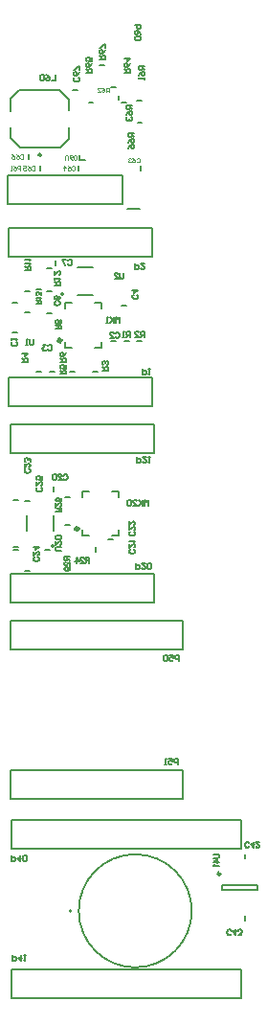
<source format=gbr>
%TF.GenerationSoftware,Altium Limited,Altium Designer,22.6.1 (34)*%
G04 Layer_Color=32896*
%FSLAX45Y45*%
%MOMM*%
%TF.SameCoordinates,41C29604-6FBD-4392-AD62-CF0DA8D1722B*%
%TF.FilePolarity,Positive*%
%TF.FileFunction,Legend,Bot*%
%TF.Part,CustomerPanel*%
G01*
G75*
%TA.AperFunction,NonConductor*%
%ADD48C,0.15240*%
%ADD49C,0.30000*%
%ADD50C,0.20000*%
%ADD51C,0.12700*%
%ADD52C,0.25400*%
%ADD53C,0.17780*%
%ADD54C,0.10160*%
%ADD55C,0.25000*%
D48*
X248258Y3869659D02*
G03*
X222858Y3869659I-12700J0D01*
G01*
D02*
G03*
X248258Y3869659I12700J0D01*
G01*
X246258Y4006039D02*
Y4142039D01*
X2418Y4006039D02*
Y4142039D01*
X321751Y6111780D02*
G03*
X321751Y6086380I0J-12700D01*
G01*
D02*
G03*
X321751Y6111780I0J12700D01*
G01*
X458130Y6332220D02*
X594132D01*
X458130Y6088380D02*
X594132D01*
D49*
X461780Y4024539D02*
G03*
X461780Y4024539I-14142J0D01*
G01*
X310750Y5689300D02*
G03*
X310750Y5689300I-14142J0D01*
G01*
D50*
X-142362Y4696339D02*
Y4950339D01*
Y4696339D02*
X1127638D01*
X-142362Y4950339D02*
X1127638D01*
Y4696339D02*
Y4950339D01*
X-142362Y3375539D02*
Y3629539D01*
Y3375539D02*
X1127638D01*
X-142362Y3629539D02*
X1127638D01*
Y3375539D02*
Y3629539D01*
X-9962Y4274437D02*
X30038D01*
X-111562Y4279774D02*
X-71562D01*
X-111562Y3864738D02*
X-71562D01*
X243555Y4358839D02*
Y4398839D01*
X726638Y3935200D02*
X766638D01*
X345638Y4054740D02*
X385638D01*
X347238Y4308360D02*
X387238D01*
X169338Y3838840D02*
X209338D01*
X-9962Y3648838D02*
X30038D01*
X613039Y3820199D02*
Y3860199D01*
X-111562Y3838840D02*
X-71562D01*
X-152400Y5105400D02*
Y5359400D01*
Y5105400D02*
X1117600D01*
X-152400Y5359400D02*
X1117600D01*
Y5105400D02*
Y5359400D01*
X-152400Y6426200D02*
Y6680200D01*
Y6426200D02*
X1117600D01*
X-152400Y6680200D02*
X1117600D01*
Y6426200D02*
Y6680200D01*
X-121600Y5756557D02*
X-81600D01*
X94300Y5416800D02*
X134300D01*
X208600D02*
X248600D01*
X754700Y5683000D02*
X794700D01*
X869000D02*
X909000D01*
X983300Y5682200D02*
X1023300D01*
X260101Y6355400D02*
Y6395400D01*
X183200Y6120968D02*
X223200D01*
X183200Y6330706D02*
X223200D01*
X94300Y6140699D02*
X134300D01*
X843600Y6000196D02*
X883600D01*
X-7300Y6125601D02*
X32700D01*
X589600Y5416800D02*
X629600D01*
X-121600Y6025601D02*
X-81600D01*
X385108Y5416800D02*
X425108D01*
X182797Y5931169D02*
X222797D01*
X284700Y5672298D02*
Y5712298D01*
X-7300Y5936701D02*
X32700D01*
X25650Y7294500D02*
Y7334499D01*
X983300Y7809380D02*
X1023300D01*
X984320Y7614855D02*
X1024320D01*
X411800Y7904700D02*
X451800D01*
X553100Y7790900D02*
X593100D01*
X652694Y8123973D02*
X692694D01*
X753100Y7931400D02*
X793100D01*
X818100Y7815900D02*
Y7855900D01*
X845200Y7791700D02*
X885200D01*
X475600Y7282800D02*
Y7326300D01*
Y7282800D02*
X519100D01*
X1009400Y7193600D02*
Y7233600D01*
X897500Y6850200D02*
X1007500D01*
X463100Y7193600D02*
Y7233600D01*
X120900Y7193600D02*
Y7233600D01*
X850900Y6896100D02*
Y7150100D01*
X-165100D02*
X850900D01*
X-165100Y6896100D02*
X850900D01*
X-165100D02*
Y7150100D01*
X-139700Y1638300D02*
X1384300D01*
X-139700Y1892300D02*
X1384300D01*
Y1638300D02*
Y1892300D01*
X-139700Y1638300D02*
Y1892300D01*
Y2959100D02*
Y3213100D01*
X1384300Y2959100D02*
Y3213100D01*
X-139700D02*
X1384300D01*
X-139700Y2959100D02*
X1384300D01*
X400200Y647701D02*
G03*
X400200Y647701I-10000J0D01*
G01*
X-127000Y1447801D02*
X1905000D01*
Y1193801D02*
Y1447801D01*
X-127000Y1193801D02*
X1905000D01*
X-127000D02*
Y1447801D01*
Y127001D02*
X1905000D01*
Y-126999D02*
Y127001D01*
X-127000Y-126999D02*
X1905000D01*
X-127000D02*
Y127001D01*
X1736500Y835330D02*
Y875330D01*
X2046500Y835330D02*
Y875330D01*
X1736500D02*
X2046500D01*
X1736500Y835330D02*
X2046500D01*
X1936500Y1110301D02*
Y1150301D01*
Y564201D02*
Y604201D01*
D51*
X757636Y4356040D02*
X818139D01*
Y4304539D02*
Y4356040D01*
X497139D02*
X557637D01*
X497139Y4304539D02*
Y4356040D01*
X818139Y3963041D02*
Y4014537D01*
X757636Y3963041D02*
X818139D01*
X497139D02*
Y4014537D01*
Y3963041D02*
X557637D01*
X313950Y3833633D02*
X271631D01*
X263167Y3842097D01*
Y3859025D01*
X271631Y3867488D01*
X313950D01*
X263167Y3918272D02*
Y3884416D01*
X297023Y3918272D01*
X305487D01*
X313950Y3909808D01*
Y3892880D01*
X305487Y3884416D01*
Y3935200D02*
X313950Y3943664D01*
Y3960592D01*
X305487Y3969055D01*
X271631D01*
X263167Y3960592D01*
Y3943664D01*
X271631Y3935200D01*
X305487D01*
X23334Y4554715D02*
X28172Y4552297D01*
X33009Y4547460D01*
X35427Y4542623D01*
Y4532949D01*
X33009Y4528111D01*
X28172Y4523274D01*
X23334Y4520856D01*
X16079Y4518437D01*
X3986D01*
X-3269Y4520856D01*
X-8106Y4523274D01*
X-12943Y4528111D01*
X-15362Y4532949D01*
Y4542623D01*
X-12943Y4547460D01*
X-8106Y4552297D01*
X-3269Y4554715D01*
X23334Y4571403D02*
X25753D01*
X30590Y4573822D01*
X33009Y4576240D01*
X35427Y4581077D01*
Y4590751D01*
X33009Y4595588D01*
X30590Y4598007D01*
X25753Y4600425D01*
X20916D01*
X16079Y4598007D01*
X8823Y4593170D01*
X-15362Y4568985D01*
Y4602844D01*
X35427Y4619048D02*
Y4645652D01*
X16079Y4631141D01*
Y4638396D01*
X13660Y4643233D01*
X11242Y4645652D01*
X3986Y4648070D01*
X-851D01*
X-8106Y4645652D01*
X-12943Y4640815D01*
X-15362Y4633559D01*
Y4626304D01*
X-12943Y4619048D01*
X-10525Y4616630D01*
X-5688Y4614211D01*
X979491Y4658230D02*
Y4607447D01*
X1004883D01*
X1013346Y4615911D01*
Y4632839D01*
X1004883Y4641303D01*
X979491D01*
X1064130Y4658230D02*
X1030274D01*
X1064130Y4624375D01*
Y4615911D01*
X1055666Y4607447D01*
X1038738D01*
X1030274Y4615911D01*
X1081058Y4658230D02*
X1097986D01*
X1089522D01*
Y4607447D01*
X1081058Y4615911D01*
X971027Y3719228D02*
Y3668445D01*
X996419D01*
X1004882Y3676908D01*
Y3693836D01*
X996419Y3702300D01*
X971027D01*
X1055666Y3719228D02*
X1021810D01*
X1055666Y3685372D01*
Y3676908D01*
X1047202Y3668445D01*
X1030274D01*
X1021810Y3676908D01*
X1072594D02*
X1081058Y3668445D01*
X1097986D01*
X1106449Y3676908D01*
Y3710764D01*
X1097986Y3719228D01*
X1081058D01*
X1072594Y3710764D01*
Y3676908D01*
X128558Y4392695D02*
X137022Y4384231D01*
Y4367303D01*
X128558Y4358839D01*
X94702D01*
X86238Y4367303D01*
Y4384231D01*
X94702Y4392695D01*
X86238Y4443478D02*
Y4409622D01*
X120094Y4443478D01*
X128558D01*
X137022Y4435014D01*
Y4418086D01*
X128558Y4409622D01*
X137022Y4494262D02*
Y4460406D01*
X111630D01*
X120094Y4477334D01*
Y4485798D01*
X111630Y4494262D01*
X94702D01*
X86238Y4485798D01*
Y4468870D01*
X94702Y4460406D01*
X1076838Y4231416D02*
Y4282200D01*
X1059910Y4265272D01*
X1042982Y4282200D01*
Y4231416D01*
X1026055Y4282200D02*
Y4231416D01*
Y4248344D01*
X992199Y4282200D01*
X1017591Y4256808D01*
X992199Y4231416D01*
X941415D02*
X975271D01*
X941415Y4265272D01*
Y4273736D01*
X949879Y4282200D01*
X966807D01*
X975271Y4273736D01*
X924488D02*
X916024Y4282200D01*
X899096D01*
X890632Y4273736D01*
Y4239881D01*
X899096Y4231416D01*
X916024D01*
X924488Y4239881D01*
Y4273736D01*
X337769Y3777497D02*
X388558D01*
X337769D02*
Y3755730D01*
X340188Y3748475D01*
X342606Y3746056D01*
X347443Y3743637D01*
X352280D01*
X357117Y3746056D01*
X359536Y3748475D01*
X361955Y3755730D01*
Y3777497D01*
Y3760567D02*
X388558Y3743637D01*
X349862Y3729852D02*
X347443D01*
X342606Y3727433D01*
X340188Y3725015D01*
X337769Y3720178D01*
Y3710504D01*
X340188Y3705667D01*
X342606Y3703248D01*
X347443Y3700830D01*
X352280D01*
X357117Y3703248D01*
X364373Y3708085D01*
X388558Y3732270D01*
Y3698411D01*
X354699Y3655603D02*
X361955Y3658022D01*
X366791Y3662859D01*
X369210Y3670114D01*
Y3672533D01*
X366791Y3679788D01*
X361955Y3684625D01*
X354699Y3687044D01*
X352280D01*
X345025Y3684625D01*
X340188Y3679788D01*
X337769Y3672533D01*
Y3670114D01*
X340188Y3662859D01*
X345025Y3658022D01*
X354699Y3655603D01*
X366791D01*
X378884Y3658022D01*
X386140Y3662859D01*
X388558Y3670114D01*
Y3674951D01*
X386140Y3682207D01*
X381303Y3684625D01*
X313956Y4175639D02*
X263167D01*
X313956D02*
Y4197406D01*
X311537Y4204661D01*
X309119Y4207080D01*
X304282Y4209498D01*
X299445D01*
X294608Y4207080D01*
X292189Y4204661D01*
X289771Y4197406D01*
Y4175639D01*
Y4192568D02*
X263167Y4209498D01*
X301863Y4223284D02*
X304282D01*
X309119Y4225702D01*
X311537Y4228121D01*
X313956Y4232958D01*
Y4242632D01*
X311537Y4247469D01*
X309119Y4249888D01*
X304282Y4252306D01*
X299445D01*
X294608Y4249888D01*
X287352Y4245051D01*
X263167Y4220865D01*
Y4254725D01*
X306700Y4295114D02*
X311537Y4292696D01*
X313956Y4285440D01*
Y4280603D01*
X311537Y4273347D01*
X304282Y4268510D01*
X292189Y4266092D01*
X280096D01*
X270422Y4268510D01*
X265585Y4273347D01*
X263167Y4280603D01*
Y4283021D01*
X265585Y4290277D01*
X270422Y4295114D01*
X277678Y4297533D01*
X280096D01*
X287352Y4295114D01*
X292189Y4290277D01*
X294608Y4283021D01*
Y4280603D01*
X292189Y4273347D01*
X287352Y4268510D01*
X280096Y4266092D01*
X557637Y3773523D02*
Y3722734D01*
Y3773523D02*
X535870D01*
X528614Y3771104D01*
X526196Y3768686D01*
X523777Y3763849D01*
Y3759012D01*
X526196Y3754175D01*
X528614Y3751756D01*
X535870Y3749337D01*
X557637D01*
X540707D02*
X523777Y3722734D01*
X509992Y3761430D02*
Y3763849D01*
X507573Y3768686D01*
X505155Y3771104D01*
X500318Y3773523D01*
X490643D01*
X485806Y3771104D01*
X483388Y3768686D01*
X480969Y3763849D01*
Y3759012D01*
X483388Y3754175D01*
X488225Y3746919D01*
X512410Y3722734D01*
X478551D01*
X442998Y3773523D02*
X467184Y3739663D01*
X430906D01*
X442998Y3773523D02*
Y3722734D01*
X102196Y3776171D02*
X107034Y3773752D01*
X111870Y3768915D01*
X114289Y3764078D01*
Y3754404D01*
X111870Y3749567D01*
X107034Y3744730D01*
X102196Y3742311D01*
X94941Y3739893D01*
X82848D01*
X75593Y3742311D01*
X70756Y3744730D01*
X65919Y3749567D01*
X63500Y3754404D01*
Y3764078D01*
X65919Y3768915D01*
X70756Y3773752D01*
X75593Y3776171D01*
X102196Y3792859D02*
X104615D01*
X109452Y3795277D01*
X111870Y3797695D01*
X114289Y3802533D01*
Y3812207D01*
X111870Y3817044D01*
X109452Y3819462D01*
X104615Y3821881D01*
X99778D01*
X94941Y3819462D01*
X87685Y3814625D01*
X63500Y3790440D01*
Y3824299D01*
X114289Y3859852D02*
X80430Y3835666D01*
Y3871945D01*
X114289Y3859852D02*
X63500D01*
X950434Y3998196D02*
X955272Y3995777D01*
X960109Y3990940D01*
X962527Y3986103D01*
Y3976429D01*
X960109Y3971592D01*
X955272Y3966755D01*
X950434Y3964336D01*
X943179Y3961918D01*
X931086D01*
X923831Y3964336D01*
X918994Y3966755D01*
X914157Y3971592D01*
X911738Y3976429D01*
Y3986103D01*
X914157Y3990940D01*
X918994Y3995777D01*
X923831Y3998196D01*
X950434Y4014884D02*
X952853D01*
X957690Y4017302D01*
X960109Y4019721D01*
X962527Y4024558D01*
Y4034232D01*
X960109Y4039069D01*
X957690Y4041487D01*
X952853Y4043906D01*
X948016D01*
X943179Y4041487D01*
X935923Y4036651D01*
X911738Y4012465D01*
Y4046325D01*
X950434Y4060110D02*
X952853D01*
X957690Y4062529D01*
X960109Y4064947D01*
X962527Y4069784D01*
Y4079458D01*
X960109Y4084295D01*
X957690Y4086714D01*
X952853Y4089133D01*
X948016D01*
X943179Y4086714D01*
X935923Y4081877D01*
X911738Y4057692D01*
Y4091551D01*
X329360Y4493735D02*
X331779Y4498572D01*
X336616Y4503409D01*
X341453Y4505828D01*
X351127D01*
X355964Y4503409D01*
X360801Y4498572D01*
X363219Y4493735D01*
X365638Y4486480D01*
Y4474387D01*
X363219Y4467132D01*
X360801Y4462294D01*
X355964Y4457457D01*
X351127Y4455039D01*
X341453D01*
X336616Y4457457D01*
X331779Y4462294D01*
X329360Y4467132D01*
X312672Y4493735D02*
Y4496154D01*
X310254Y4500991D01*
X307835Y4503409D01*
X302998Y4505828D01*
X293324D01*
X288487Y4503409D01*
X286069Y4500991D01*
X283650Y4496154D01*
Y4491317D01*
X286069Y4486480D01*
X290905Y4479224D01*
X315091Y4455039D01*
X281231D01*
X255353Y4505828D02*
X262609Y4503409D01*
X267446Y4496154D01*
X269864Y4484061D01*
Y4476806D01*
X267446Y4464713D01*
X262609Y4457457D01*
X255353Y4455039D01*
X250516D01*
X243261Y4457457D01*
X238423Y4464713D01*
X236005Y4476806D01*
Y4484061D01*
X238423Y4496154D01*
X243261Y4503409D01*
X250516Y4505828D01*
X255353D01*
X950434Y3843617D02*
X955272Y3841198D01*
X960109Y3836361D01*
X962527Y3831524D01*
Y3821850D01*
X960109Y3817013D01*
X955272Y3812176D01*
X950434Y3809757D01*
X943179Y3807339D01*
X931086D01*
X923831Y3809757D01*
X918994Y3812176D01*
X914157Y3817013D01*
X911738Y3821850D01*
Y3831524D01*
X914157Y3836361D01*
X918994Y3841198D01*
X923831Y3843617D01*
X950434Y3860305D02*
X952853D01*
X957690Y3862723D01*
X960109Y3865142D01*
X962527Y3869979D01*
Y3879653D01*
X960109Y3884490D01*
X957690Y3886908D01*
X952853Y3889327D01*
X948016D01*
X943179Y3886908D01*
X935923Y3882071D01*
X911738Y3857886D01*
Y3891746D01*
X952853Y3903113D02*
X955272Y3907950D01*
X962527Y3915205D01*
X911738D01*
X606606Y6020801D02*
X667109D01*
Y5969300D02*
Y6020801D01*
X346109D02*
X406607D01*
X346109Y5969300D02*
Y6020801D01*
X667109Y5627802D02*
Y5679298D01*
X606606Y5627802D02*
X667109D01*
X346109D02*
Y5679298D01*
Y5627802D02*
X406607D01*
X66556Y5697690D02*
Y5655370D01*
X58092Y5646906D01*
X41164D01*
X32700Y5655370D01*
Y5697690D01*
X15772Y5646906D02*
X-1156D01*
X7308D01*
Y5697690D01*
X15772Y5689226D01*
X304808Y5494881D02*
X355592D01*
Y5520272D01*
X347128Y5528736D01*
X330200D01*
X321736Y5520272D01*
Y5494881D01*
Y5511808D02*
X304808Y5528736D01*
X355592Y5579520D02*
X347128Y5562592D01*
X330200Y5545664D01*
X313272D01*
X304808Y5554128D01*
Y5571056D01*
X313272Y5579520D01*
X321736D01*
X330200Y5571056D01*
Y5545664D01*
X304808Y5392110D02*
X355592D01*
Y5417502D01*
X347128Y5425966D01*
X330200D01*
X321736Y5417502D01*
Y5392110D01*
Y5409038D02*
X304808Y5425966D01*
X355592Y5476749D02*
Y5442894D01*
X330200D01*
X338664Y5459821D01*
Y5468285D01*
X330200Y5476749D01*
X313272D01*
X304808Y5468285D01*
Y5451358D01*
X313272Y5442894D01*
X-32692Y5494881D02*
X18092D01*
Y5520272D01*
X9628Y5528736D01*
X-7300D01*
X-15764Y5520272D01*
Y5494881D01*
Y5511808D02*
X-32692Y5528736D01*
Y5571056D02*
X18092D01*
X-7300Y5545664D01*
Y5579520D01*
X673108Y5418022D02*
X723892D01*
Y5443414D01*
X715428Y5451878D01*
X698500D01*
X690036Y5443414D01*
Y5418022D01*
Y5434950D02*
X673108Y5451878D01*
X715428Y5468806D02*
X723892Y5477270D01*
Y5494198D01*
X715428Y5502661D01*
X706964D01*
X698500Y5494198D01*
Y5485734D01*
Y5494198D01*
X690036Y5502661D01*
X681572D01*
X673108Y5494198D01*
Y5477270D01*
X681572Y5468806D01*
X1045619Y5715008D02*
Y5765792D01*
X1020228D01*
X1011764Y5757328D01*
Y5740400D01*
X1020228Y5731936D01*
X1045619D01*
X1028692D02*
X1011764Y5715008D01*
X960980D02*
X994836D01*
X960980Y5748864D01*
Y5757328D01*
X969444Y5765792D01*
X986372D01*
X994836Y5757328D01*
X922856Y5715008D02*
Y5765792D01*
X897464D01*
X889000Y5757328D01*
Y5740400D01*
X897464Y5731936D01*
X922856D01*
X905928D02*
X889000Y5715008D01*
X872072D02*
X855144D01*
X863608D01*
Y5765792D01*
X872072Y5757328D01*
X960981Y6367938D02*
Y6317155D01*
X986372D01*
X994836Y6325619D01*
Y6342547D01*
X986372Y6351011D01*
X960981D01*
X1045620Y6367938D02*
X1011764D01*
X1045620Y6334083D01*
Y6325619D01*
X1037156Y6317155D01*
X1020228D01*
X1011764Y6325619D01*
X1032944Y5437986D02*
Y5387203D01*
X1058336D01*
X1066800Y5395667D01*
Y5412594D01*
X1058336Y5421058D01*
X1032944D01*
X1083728Y5437986D02*
X1100656D01*
X1092192D01*
Y5387203D01*
X1083728Y5395667D01*
X-86017Y5672298D02*
X-77554Y5663834D01*
Y5646906D01*
X-86017Y5638442D01*
X-119873D01*
X-128337Y5646906D01*
Y5663834D01*
X-119873Y5672298D01*
X-128337Y5689225D02*
Y5706153D01*
Y5697689D01*
X-77554D01*
X-86017Y5689225D01*
X248600Y6172200D02*
X299383D01*
Y6197592D01*
X290920Y6206056D01*
X273992D01*
X265528Y6197592D01*
Y6172200D01*
Y6189128D02*
X248600Y6206056D01*
Y6222983D02*
Y6239911D01*
Y6231448D01*
X299383D01*
X290920Y6222983D01*
X248600Y6299159D02*
Y6265303D01*
X282456Y6299159D01*
X290920D01*
X299383Y6290695D01*
Y6273767D01*
X290920Y6265303D01*
X825500Y5842000D02*
Y5892783D01*
X808572Y5875856D01*
X791644Y5892783D01*
Y5842000D01*
X774717Y5892783D02*
Y5842000D01*
Y5858928D01*
X740861Y5892783D01*
X766252Y5867392D01*
X740861Y5842000D01*
X723933D02*
X707005D01*
X715469D01*
Y5892783D01*
X723933Y5884320D01*
X38089Y6311900D02*
X-12700D01*
X38089D02*
Y6333667D01*
X35670Y6340922D01*
X33252Y6343341D01*
X28415Y6345759D01*
X23578D01*
X18741Y6343341D01*
X16322Y6340922D01*
X13904Y6333667D01*
Y6311900D01*
Y6328830D02*
X-12700Y6345759D01*
X28415Y6357126D02*
X30834Y6361964D01*
X38089Y6369219D01*
X-12700D01*
X28415Y6394372D02*
X30834Y6399209D01*
X38089Y6406464D01*
X-12700D01*
X863600Y6286489D02*
Y6250211D01*
X861181Y6242956D01*
X856344Y6238119D01*
X849089Y6235700D01*
X844252D01*
X836996Y6238119D01*
X832159Y6242956D01*
X829741Y6250211D01*
Y6286489D01*
X813295Y6274396D02*
Y6276815D01*
X810876Y6281652D01*
X808458Y6284070D01*
X803620Y6286489D01*
X793946D01*
X789109Y6284070D01*
X786691Y6281652D01*
X784272Y6276815D01*
Y6271978D01*
X786691Y6267141D01*
X791528Y6259885D01*
X815713Y6235700D01*
X781854D01*
X130417Y6016537D02*
X87246D01*
X130417D02*
Y6035038D01*
X128361Y6041206D01*
X126305Y6043261D01*
X122194Y6045317D01*
X118082D01*
X113971Y6043261D01*
X111915Y6041206D01*
X109859Y6035038D01*
Y6016537D01*
Y6030927D02*
X87246Y6045317D01*
X122194Y6054979D02*
X124249Y6059091D01*
X130417Y6065258D01*
X87246D01*
X130417Y6090749D02*
Y6113363D01*
X113971Y6101028D01*
Y6107195D01*
X111915Y6111307D01*
X109859Y6113363D01*
X103692Y6115418D01*
X99580D01*
X93413Y6113363D01*
X89302Y6109251D01*
X87246Y6103084D01*
Y6096917D01*
X89302Y6090749D01*
X91357Y6088694D01*
X95469Y6086638D01*
X310488Y5791464D02*
X259698D01*
X310488D02*
Y5813231D01*
X308069Y5820486D01*
X305651Y5822905D01*
X300813Y5825324D01*
X295977D01*
X291139Y5822905D01*
X288721Y5820486D01*
X286302Y5813231D01*
Y5791464D01*
Y5808394D02*
X259698Y5825324D01*
X310488Y5848783D02*
X308069Y5841528D01*
X303232Y5839109D01*
X298395D01*
X293558Y5841528D01*
X291139Y5846365D01*
X288721Y5856039D01*
X286302Y5863294D01*
X281465Y5868132D01*
X276628Y5870550D01*
X269373D01*
X264536Y5868132D01*
X262117Y5865713D01*
X259698Y5858457D01*
Y5848783D01*
X262117Y5841528D01*
X264536Y5839109D01*
X269373Y5836691D01*
X276628D01*
X281465Y5839109D01*
X286302Y5843946D01*
X288721Y5851202D01*
X291139Y5860876D01*
X293558Y5865713D01*
X298395Y5868132D01*
X303232D01*
X308069Y5865713D01*
X310488Y5858457D01*
Y5848783D01*
X370329Y6394096D02*
X372747Y6398934D01*
X377584Y6403771D01*
X382421Y6406189D01*
X392095D01*
X396933Y6403771D01*
X401770Y6398934D01*
X404188Y6394096D01*
X406607Y6386841D01*
Y6374748D01*
X404188Y6367493D01*
X401770Y6362656D01*
X396933Y6357819D01*
X392095Y6355400D01*
X382421D01*
X377584Y6357819D01*
X372747Y6362656D01*
X370329Y6367493D01*
X322200Y6406189D02*
X346385Y6355400D01*
X356059Y6406189D02*
X322200D01*
X192322Y5639396D02*
X194741Y5644234D01*
X199578Y5649070D01*
X204415Y5651489D01*
X214089D01*
X218926Y5649070D01*
X223763Y5644234D01*
X226181Y5639396D01*
X228600Y5632141D01*
Y5620048D01*
X226181Y5612793D01*
X223763Y5607956D01*
X218926Y5603119D01*
X214089Y5600700D01*
X204415D01*
X199578Y5603119D01*
X194741Y5607956D01*
X192322Y5612793D01*
X173216Y5651489D02*
X146612D01*
X161123Y5632141D01*
X153867D01*
X149030Y5629722D01*
X146612Y5627304D01*
X144193Y5620048D01*
Y5615211D01*
X146612Y5607956D01*
X151449Y5603119D01*
X158705Y5600700D01*
X165960D01*
X173216Y5603119D01*
X175634Y5605537D01*
X178053Y5610374D01*
X978496Y6094178D02*
X983334Y6091759D01*
X988170Y6086922D01*
X990589Y6082085D01*
Y6072411D01*
X988170Y6067574D01*
X983334Y6062737D01*
X978496Y6060319D01*
X971241Y6057900D01*
X959148D01*
X951893Y6060319D01*
X947056Y6062737D01*
X942219Y6067574D01*
X939800Y6072411D01*
Y6082085D01*
X942219Y6086922D01*
X947056Y6091759D01*
X951893Y6094178D01*
X990589Y6132633D02*
X956730Y6108447D01*
Y6144725D01*
X990589Y6132633D02*
X939800D01*
X287296Y6036474D02*
X292134Y6034056D01*
X296970Y6029219D01*
X299389Y6024382D01*
Y6014708D01*
X296970Y6009870D01*
X292134Y6005033D01*
X287296Y6002615D01*
X280041Y6000196D01*
X267948D01*
X260693Y6002615D01*
X255855Y6005033D01*
X251019Y6009870D01*
X248600Y6014708D01*
Y6024382D01*
X251019Y6029219D01*
X255855Y6034056D01*
X260693Y6036474D01*
X292134Y6079766D02*
X296970Y6077347D01*
X299389Y6070092D01*
Y6065255D01*
X296970Y6057999D01*
X289715Y6053162D01*
X277622Y6050744D01*
X265530D01*
X255855Y6053162D01*
X251019Y6057999D01*
X248600Y6065255D01*
Y6067673D01*
X251019Y6074929D01*
X255855Y6079766D01*
X263111Y6082184D01*
X265530D01*
X272785Y6079766D01*
X277622Y6074929D01*
X280041Y6067673D01*
Y6065255D01*
X277622Y6057999D01*
X272785Y6053162D01*
X265530Y6050744D01*
X789222Y5750994D02*
X791641Y5755831D01*
X796478Y5760668D01*
X801315Y5763087D01*
X810989D01*
X815826Y5760668D01*
X820663Y5755831D01*
X823081Y5750994D01*
X825500Y5743739D01*
Y5731646D01*
X823081Y5724390D01*
X820663Y5719553D01*
X815826Y5714716D01*
X810989Y5712298D01*
X801315D01*
X796478Y5714716D01*
X791641Y5719553D01*
X789222Y5724390D01*
X772534Y5750994D02*
Y5753413D01*
X770116Y5758250D01*
X767697Y5760668D01*
X762860Y5763087D01*
X753186D01*
X748349Y5760668D01*
X745930Y5758250D01*
X743512Y5753413D01*
Y5748576D01*
X745930Y5743739D01*
X750767Y5736483D01*
X774953Y5712298D01*
X741093D01*
X258211Y8039092D02*
Y7988308D01*
X224356D01*
X173572Y8039092D02*
X190500Y8030628D01*
X207428Y8013700D01*
Y7996772D01*
X198964Y7988308D01*
X182036D01*
X173572Y7996772D01*
Y8005236D01*
X182036Y8013700D01*
X207428D01*
X156644Y8030628D02*
X148180Y8039092D01*
X131252D01*
X122789Y8030628D01*
Y7996772D01*
X131252Y7988308D01*
X148180D01*
X156644Y7996772D01*
Y8030628D01*
X464369Y8008885D02*
X472833Y8000421D01*
Y7983494D01*
X464369Y7975030D01*
X430514D01*
X422050Y7983494D01*
Y8000421D01*
X430514Y8008885D01*
X472833Y8059669D02*
X464369Y8042741D01*
X447442Y8025813D01*
X430514D01*
X422050Y8034277D01*
Y8051205D01*
X430514Y8059669D01*
X438978D01*
X447442Y8051205D01*
Y8025813D01*
X472833Y8076596D02*
Y8110452D01*
X464369D01*
X430514Y8076596D01*
X422050D01*
X647708Y8174589D02*
X698492D01*
Y8199981D01*
X690028Y8208444D01*
X673100D01*
X664636Y8199981D01*
Y8174589D01*
Y8191517D02*
X647708Y8208444D01*
X698492Y8259228D02*
X690028Y8242300D01*
X673100Y8225372D01*
X656172D01*
X647708Y8233836D01*
Y8250764D01*
X656172Y8259228D01*
X664636D01*
X673100Y8250764D01*
Y8225372D01*
X698492Y8276156D02*
Y8310011D01*
X690028D01*
X656172Y8276156D01*
X647708D01*
X957267Y7524981D02*
X906483D01*
Y7499589D01*
X914947Y7491125D01*
X931875D01*
X940339Y7499589D01*
Y7524981D01*
Y7508053D02*
X957267Y7491125D01*
X906483Y7440341D02*
X914947Y7457269D01*
X931875Y7474197D01*
X948803D01*
X957267Y7465733D01*
Y7448805D01*
X948803Y7440341D01*
X940339D01*
X931875Y7448805D01*
Y7474197D01*
X906483Y7389558D02*
X914947Y7406486D01*
X931875Y7423414D01*
X948803D01*
X957267Y7414950D01*
Y7398022D01*
X948803Y7389558D01*
X940339D01*
X931875Y7398022D01*
Y7423414D01*
X527708Y8056261D02*
X578492D01*
Y8081653D01*
X570028Y8090117D01*
X553100D01*
X544636Y8081653D01*
Y8056261D01*
Y8073189D02*
X527708Y8090117D01*
X578492Y8140900D02*
X570028Y8123972D01*
X553100Y8107044D01*
X536172D01*
X527708Y8115509D01*
Y8132436D01*
X536172Y8140900D01*
X544636D01*
X553100Y8132436D01*
Y8107044D01*
X578492Y8191684D02*
Y8157828D01*
X553100D01*
X561564Y8174756D01*
Y8183220D01*
X553100Y8191684D01*
X536172D01*
X527708Y8183220D01*
Y8166292D01*
X536172Y8157828D01*
X872108Y8056261D02*
X922892D01*
Y8081653D01*
X914428Y8090117D01*
X897500D01*
X889036Y8081653D01*
Y8056261D01*
Y8073189D02*
X872108Y8090117D01*
X922892Y8140900D02*
X914428Y8123972D01*
X897500Y8107044D01*
X880572D01*
X872108Y8115509D01*
Y8132436D01*
X880572Y8140900D01*
X889036D01*
X897500Y8132436D01*
Y8107044D01*
X872108Y8183220D02*
X922892D01*
X897500Y8157828D01*
Y8191684D01*
X934683Y7763911D02*
X883900D01*
Y7738519D01*
X892363Y7730056D01*
X909291D01*
X917755Y7738519D01*
Y7763911D01*
Y7746983D02*
X934683Y7730056D01*
X883900Y7679272D02*
X892363Y7696200D01*
X909291Y7713128D01*
X926219D01*
X934683Y7704664D01*
Y7687736D01*
X926219Y7679272D01*
X917755D01*
X909291Y7687736D01*
Y7713128D01*
X892363Y7662344D02*
X883900Y7653880D01*
Y7636952D01*
X892363Y7628489D01*
X900828D01*
X909291Y7636952D01*
Y7645417D01*
Y7636952D01*
X917755Y7628489D01*
X926219D01*
X934683Y7636952D01*
Y7653880D01*
X926219Y7662344D01*
X1048692Y8115508D02*
X997908D01*
Y8090116D01*
X1006372Y8081653D01*
X1023300D01*
X1031764Y8090116D01*
Y8115508D01*
Y8098580D02*
X1048692Y8081653D01*
X997908Y8030869D02*
X1006372Y8047797D01*
X1023300Y8064725D01*
X1040228D01*
X1048692Y8056261D01*
Y8039333D01*
X1040228Y8030869D01*
X1031764D01*
X1023300Y8039333D01*
Y8064725D01*
X1048692Y8013941D02*
Y7997013D01*
Y8005477D01*
X997908D01*
X1006372Y8013941D01*
X958928Y8475111D02*
X1009712D01*
Y8449719D01*
X1001248Y8441256D01*
X984320D01*
X975856Y8449719D01*
Y8475111D01*
X1009712Y8390472D02*
X1001248Y8407400D01*
X984320Y8424328D01*
X967393D01*
X958928Y8415864D01*
Y8398936D01*
X967393Y8390472D01*
X975856D01*
X984320Y8398936D01*
Y8424328D01*
X1001248Y8373544D02*
X1009712Y8365080D01*
Y8348152D01*
X1001248Y8339689D01*
X967393D01*
X958928Y8348152D01*
Y8365080D01*
X967393Y8373544D01*
X1001248D01*
X1341947Y1943108D02*
Y1993892D01*
X1316555D01*
X1308092Y1985428D01*
Y1968500D01*
X1316555Y1960036D01*
X1341947D01*
X1257308Y1993892D02*
X1291164D01*
Y1968500D01*
X1274236Y1976964D01*
X1265772D01*
X1257308Y1968500D01*
Y1951572D01*
X1265772Y1943108D01*
X1282700D01*
X1291164Y1951572D01*
X1240380Y1943108D02*
X1223452D01*
X1231916D01*
Y1993892D01*
X1240380Y1985428D01*
X1350411Y2857508D02*
Y2908292D01*
X1325019D01*
X1316556Y2899828D01*
Y2882900D01*
X1325019Y2874436D01*
X1350411D01*
X1265772Y2908292D02*
X1299628D01*
Y2882900D01*
X1282700Y2891364D01*
X1274236D01*
X1265772Y2882900D01*
Y2865972D01*
X1274236Y2857508D01*
X1291164D01*
X1299628Y2865972D01*
X1248844Y2899828D02*
X1240380Y2908292D01*
X1223452D01*
X1214989Y2899828D01*
Y2865972D01*
X1223452Y2857508D01*
X1240380D01*
X1248844Y2865972D01*
Y2899828D01*
X1465200Y647701D02*
G03*
X1465200Y647701I-500000J0D01*
G01*
X-122747Y253993D02*
Y203209D01*
X-97355D01*
X-88892Y211673D01*
Y228601D01*
X-97355Y237065D01*
X-122747D01*
X-46572Y253993D02*
Y203209D01*
X-71964Y228601D01*
X-38108D01*
X-21180Y253993D02*
X-4252D01*
X-12716D01*
Y203209D01*
X-21180Y211673D01*
X-131211Y1135693D02*
Y1084909D01*
X-105819D01*
X-97356Y1093373D01*
Y1110301D01*
X-105819Y1118765D01*
X-131211D01*
X-55036Y1135693D02*
Y1084909D01*
X-80428Y1110301D01*
X-46572D01*
X-29644Y1093373D02*
X-21180Y1084909D01*
X-4252D01*
X4211Y1093373D01*
Y1127229D01*
X-4252Y1135693D01*
X-21180D01*
X-29644Y1127229D01*
Y1093373D01*
X1655711Y1150301D02*
X1691988D01*
X1699244Y1147882D01*
X1704081Y1143045D01*
X1706500Y1135790D01*
Y1130953D01*
X1704081Y1123697D01*
X1699244Y1118860D01*
X1691988Y1116442D01*
X1655711D01*
Y1078229D02*
X1689570Y1102414D01*
Y1066136D01*
X1655711Y1078229D02*
X1706500D01*
X1665385Y1057188D02*
X1662966Y1052350D01*
X1655711Y1045095D01*
X1706500D01*
X1814278Y443905D02*
X1811859Y439067D01*
X1807022Y434231D01*
X1802185Y431812D01*
X1792511D01*
X1787674Y434231D01*
X1782837Y439067D01*
X1780419Y443905D01*
X1778000Y451160D01*
Y463253D01*
X1780419Y470508D01*
X1782837Y475346D01*
X1787674Y480182D01*
X1792511Y482601D01*
X1802185D01*
X1807022Y480182D01*
X1811859Y475346D01*
X1814278Y470508D01*
X1852733Y431812D02*
X1828547Y465671D01*
X1864825D01*
X1852733Y431812D02*
Y482601D01*
X1878611Y431812D02*
X1905215D01*
X1890703Y451160D01*
X1897959D01*
X1902796Y453579D01*
X1905215Y455997D01*
X1907633Y463253D01*
Y468090D01*
X1905215Y475346D01*
X1900377Y480182D01*
X1893122Y482601D01*
X1885866D01*
X1878611Y480182D01*
X1876192Y477764D01*
X1873774Y472927D01*
X1972778Y1218605D02*
X1970360Y1213767D01*
X1965522Y1208931D01*
X1960685Y1206512D01*
X1951011D01*
X1946174Y1208931D01*
X1941337Y1213767D01*
X1938919Y1218605D01*
X1936500Y1225860D01*
Y1237953D01*
X1938919Y1245208D01*
X1941337Y1250046D01*
X1946174Y1254882D01*
X1951011Y1257301D01*
X1960685D01*
X1965522Y1254882D01*
X1970360Y1250046D01*
X1972778Y1245208D01*
X2011233Y1206512D02*
X1987047Y1240371D01*
X2023325D01*
X2011233Y1206512D02*
Y1257301D01*
X2034692Y1218605D02*
Y1216186D01*
X2037111Y1211349D01*
X2039529Y1208931D01*
X2044366Y1206512D01*
X2054041D01*
X2058878Y1208931D01*
X2061296Y1211349D01*
X2063715Y1216186D01*
Y1221023D01*
X2061296Y1225860D01*
X2056459Y1233116D01*
X2032274Y1257301D01*
X2066133D01*
D52*
X129630Y7329640D02*
G03*
X129630Y7329640I-8980J0D01*
G01*
D53*
X-138430Y7475690D02*
Y7570940D01*
Y7475690D02*
X-54610Y7391870D01*
X300990D01*
X381000Y7471880D01*
Y7576020D01*
X-139700Y7718260D02*
Y7822400D01*
X-59690Y7902410D01*
X295910D01*
X379730Y7818590D01*
Y7723340D02*
Y7818590D01*
D54*
X345647Y7287540D02*
Y7319280D01*
X351995Y7325628D01*
X364691D01*
X371039Y7319280D01*
Y7287540D01*
X409127D02*
X396431Y7293888D01*
X383735Y7306584D01*
Y7319280D01*
X390083Y7325628D01*
X402779D01*
X409127Y7319280D01*
Y7312932D01*
X402779Y7306584D01*
X383735D01*
X421823Y7293888D02*
X428171Y7287540D01*
X440867D01*
X447215Y7293888D01*
Y7319280D01*
X440867Y7325628D01*
X428171D01*
X421823Y7319280D01*
Y7293888D01*
X729655Y7884575D02*
Y7922662D01*
X710611D01*
X704263Y7916314D01*
Y7903618D01*
X710611Y7897270D01*
X729655D01*
X716959D02*
X704263Y7884575D01*
X666175Y7922662D02*
X678871Y7916314D01*
X691567Y7903618D01*
Y7890922D01*
X685219Y7884575D01*
X672523D01*
X666175Y7890922D01*
Y7897270D01*
X672523Y7903618D01*
X691567D01*
X628087Y7884575D02*
X653479D01*
X628087Y7909966D01*
Y7916314D01*
X634435Y7922662D01*
X647131D01*
X653479Y7916314D01*
X-49463Y7194796D02*
Y7232884D01*
X-68507D01*
X-74855Y7226536D01*
Y7213840D01*
X-68507Y7207492D01*
X-49463D01*
X-112943Y7232884D02*
X-100247Y7226536D01*
X-87551Y7213840D01*
Y7201144D01*
X-93899Y7194796D01*
X-106595D01*
X-112943Y7201144D01*
Y7207492D01*
X-106595Y7213840D01*
X-87551D01*
X-125639Y7194796D02*
X-138334D01*
X-131987D01*
Y7232884D01*
X-125639Y7226536D01*
X-50808Y7327896D02*
X-44460Y7334244D01*
X-31764D01*
X-25416Y7327896D01*
Y7302504D01*
X-31764Y7296156D01*
X-44460D01*
X-50808Y7302504D01*
X-88896Y7334244D02*
X-76200Y7327896D01*
X-63504Y7315200D01*
Y7302504D01*
X-69852Y7296156D01*
X-82548D01*
X-88896Y7302504D01*
Y7308852D01*
X-82548Y7315200D01*
X-63504D01*
X-126984Y7334244D02*
X-114288Y7327896D01*
X-101592Y7315200D01*
Y7302504D01*
X-107940Y7296156D01*
X-120636D01*
X-126984Y7302504D01*
Y7308852D01*
X-120636Y7315200D01*
X-101592D01*
X51042Y7226536D02*
X57390Y7232884D01*
X70086D01*
X76434Y7226536D01*
Y7201144D01*
X70086Y7194796D01*
X57390D01*
X51042Y7201144D01*
X12954Y7232884D02*
X25650Y7226536D01*
X38346Y7213840D01*
Y7201144D01*
X31998Y7194796D01*
X19302D01*
X12954Y7201144D01*
Y7207492D01*
X19302Y7213840D01*
X38346D01*
X-25134Y7232884D02*
X258D01*
Y7213840D01*
X-12438Y7220188D01*
X-18786D01*
X-25134Y7213840D01*
Y7201144D01*
X-18786Y7194796D01*
X-6090D01*
X258Y7201144D01*
X405122Y7226296D02*
X411470Y7232644D01*
X424166D01*
X430514Y7226296D01*
Y7200904D01*
X424166Y7194556D01*
X411470D01*
X405122Y7200904D01*
X367034Y7232644D02*
X379730Y7226296D01*
X392426Y7213600D01*
Y7200904D01*
X386078Y7194556D01*
X373382D01*
X367034Y7200904D01*
Y7207252D01*
X373382Y7213600D01*
X392426D01*
X335294Y7194556D02*
Y7232644D01*
X354338Y7213600D01*
X328946D01*
X977892Y7295496D02*
X984240Y7301844D01*
X996936D01*
X1003284Y7295496D01*
Y7270104D01*
X996936Y7263756D01*
X984240D01*
X977892Y7270104D01*
X939804Y7301844D02*
X952500Y7295496D01*
X965196Y7282800D01*
Y7270104D01*
X958848Y7263756D01*
X946152D01*
X939804Y7270104D01*
Y7276452D01*
X946152Y7282800D01*
X965196D01*
X927108Y7295496D02*
X920760Y7301844D01*
X908064D01*
X901716Y7295496D01*
Y7289148D01*
X908064Y7282800D01*
X914412D01*
X908064D01*
X901716Y7276452D01*
Y7270104D01*
X908064Y7263756D01*
X920760D01*
X927108Y7270104D01*
D55*
X1719000Y975330D02*
G03*
X1719000Y975330I-12500J0D01*
G01*
%TF.MD5,598c70284d09378b699a68bb8692a305*%
M02*

</source>
